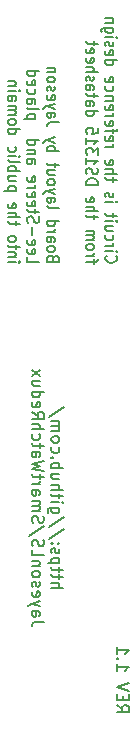
<source format=gbo>
%TF.GenerationSoftware,KiCad,Pcbnew,(5.1.9)-1*%
%TF.CreationDate,2021-05-06T14:47:01+08:00*%
%TF.ProjectId,ATD-20-Redux,4154442d-3230-42d5-9265-6475782e6b69,rev?*%
%TF.SameCoordinates,Original*%
%TF.FileFunction,Legend,Bot*%
%TF.FilePolarity,Positive*%
%FSLAX46Y46*%
G04 Gerber Fmt 4.6, Leading zero omitted, Abs format (unit mm)*
G04 Created by KiCad (PCBNEW (5.1.9)-1) date 2021-05-06 14:47:01*
%MOMM*%
%LPD*%
G01*
G04 APERTURE LIST*
%ADD10C,0.150000*%
G04 APERTURE END LIST*
D10*
X117847619Y-78056428D02*
X118847619Y-78056428D01*
X117847619Y-77627857D02*
X118371428Y-77627857D01*
X118466666Y-77675476D01*
X118514285Y-77770714D01*
X118514285Y-77913571D01*
X118466666Y-78008809D01*
X118419047Y-78056428D01*
X118514285Y-77294523D02*
X118514285Y-76913571D01*
X118847619Y-77151666D02*
X117990476Y-77151666D01*
X117895238Y-77104047D01*
X117847619Y-77008809D01*
X117847619Y-76913571D01*
X118514285Y-76723095D02*
X118514285Y-76342142D01*
X118847619Y-76580238D02*
X117990476Y-76580238D01*
X117895238Y-76532619D01*
X117847619Y-76437380D01*
X117847619Y-76342142D01*
X118514285Y-76008809D02*
X117514285Y-76008809D01*
X118466666Y-76008809D02*
X118514285Y-75913571D01*
X118514285Y-75723095D01*
X118466666Y-75627857D01*
X118419047Y-75580238D01*
X118323809Y-75532619D01*
X118038095Y-75532619D01*
X117942857Y-75580238D01*
X117895238Y-75627857D01*
X117847619Y-75723095D01*
X117847619Y-75913571D01*
X117895238Y-76008809D01*
X117895238Y-75151666D02*
X117847619Y-75056428D01*
X117847619Y-74865952D01*
X117895238Y-74770714D01*
X117990476Y-74723095D01*
X118038095Y-74723095D01*
X118133333Y-74770714D01*
X118180952Y-74865952D01*
X118180952Y-75008809D01*
X118228571Y-75104047D01*
X118323809Y-75151666D01*
X118371428Y-75151666D01*
X118466666Y-75104047D01*
X118514285Y-75008809D01*
X118514285Y-74865952D01*
X118466666Y-74770714D01*
X117942857Y-74294523D02*
X117895238Y-74246904D01*
X117847619Y-74294523D01*
X117895238Y-74342142D01*
X117942857Y-74294523D01*
X117847619Y-74294523D01*
X118466666Y-74294523D02*
X118419047Y-74246904D01*
X118371428Y-74294523D01*
X118419047Y-74342142D01*
X118466666Y-74294523D01*
X118371428Y-74294523D01*
X118895238Y-73104047D02*
X117609523Y-73961190D01*
X118895238Y-72056428D02*
X117609523Y-72913571D01*
X118514285Y-71294523D02*
X117704761Y-71294523D01*
X117609523Y-71342142D01*
X117561904Y-71389761D01*
X117514285Y-71485000D01*
X117514285Y-71627857D01*
X117561904Y-71723095D01*
X117895238Y-71294523D02*
X117847619Y-71389761D01*
X117847619Y-71580238D01*
X117895238Y-71675476D01*
X117942857Y-71723095D01*
X118038095Y-71770714D01*
X118323809Y-71770714D01*
X118419047Y-71723095D01*
X118466666Y-71675476D01*
X118514285Y-71580238D01*
X118514285Y-71389761D01*
X118466666Y-71294523D01*
X117847619Y-70818333D02*
X118514285Y-70818333D01*
X118847619Y-70818333D02*
X118800000Y-70865952D01*
X118752380Y-70818333D01*
X118800000Y-70770714D01*
X118847619Y-70818333D01*
X118752380Y-70818333D01*
X118514285Y-70485000D02*
X118514285Y-70104047D01*
X118847619Y-70342142D02*
X117990476Y-70342142D01*
X117895238Y-70294523D01*
X117847619Y-70199285D01*
X117847619Y-70104047D01*
X117847619Y-69770714D02*
X118847619Y-69770714D01*
X117847619Y-69342142D02*
X118371428Y-69342142D01*
X118466666Y-69389761D01*
X118514285Y-69485000D01*
X118514285Y-69627857D01*
X118466666Y-69723095D01*
X118419047Y-69770714D01*
X118514285Y-68437380D02*
X117847619Y-68437380D01*
X118514285Y-68865952D02*
X117990476Y-68865952D01*
X117895238Y-68818333D01*
X117847619Y-68723095D01*
X117847619Y-68580238D01*
X117895238Y-68485000D01*
X117942857Y-68437380D01*
X117847619Y-67961190D02*
X118847619Y-67961190D01*
X118466666Y-67961190D02*
X118514285Y-67865952D01*
X118514285Y-67675476D01*
X118466666Y-67580238D01*
X118419047Y-67532619D01*
X118323809Y-67485000D01*
X118038095Y-67485000D01*
X117942857Y-67532619D01*
X117895238Y-67580238D01*
X117847619Y-67675476D01*
X117847619Y-67865952D01*
X117895238Y-67961190D01*
X117942857Y-67056428D02*
X117895238Y-67008809D01*
X117847619Y-67056428D01*
X117895238Y-67104047D01*
X117942857Y-67056428D01*
X117847619Y-67056428D01*
X117895238Y-66151666D02*
X117847619Y-66246904D01*
X117847619Y-66437380D01*
X117895238Y-66532619D01*
X117942857Y-66580238D01*
X118038095Y-66627857D01*
X118323809Y-66627857D01*
X118419047Y-66580238D01*
X118466666Y-66532619D01*
X118514285Y-66437380D01*
X118514285Y-66246904D01*
X118466666Y-66151666D01*
X117847619Y-65580238D02*
X117895238Y-65675476D01*
X117942857Y-65723095D01*
X118038095Y-65770714D01*
X118323809Y-65770714D01*
X118419047Y-65723095D01*
X118466666Y-65675476D01*
X118514285Y-65580238D01*
X118514285Y-65437380D01*
X118466666Y-65342142D01*
X118419047Y-65294523D01*
X118323809Y-65246904D01*
X118038095Y-65246904D01*
X117942857Y-65294523D01*
X117895238Y-65342142D01*
X117847619Y-65437380D01*
X117847619Y-65580238D01*
X117847619Y-64818333D02*
X118514285Y-64818333D01*
X118419047Y-64818333D02*
X118466666Y-64770714D01*
X118514285Y-64675476D01*
X118514285Y-64532619D01*
X118466666Y-64437380D01*
X118371428Y-64389761D01*
X117847619Y-64389761D01*
X118371428Y-64389761D02*
X118466666Y-64342142D01*
X118514285Y-64246904D01*
X118514285Y-64104047D01*
X118466666Y-64008809D01*
X118371428Y-63961190D01*
X117847619Y-63961190D01*
X118895238Y-62770714D02*
X117609523Y-63627857D01*
X117197619Y-80937380D02*
X116483333Y-80937380D01*
X116340476Y-80985000D01*
X116245238Y-81080238D01*
X116197619Y-81223095D01*
X116197619Y-81318333D01*
X116197619Y-80032619D02*
X116721428Y-80032619D01*
X116816666Y-80080238D01*
X116864285Y-80175476D01*
X116864285Y-80365952D01*
X116816666Y-80461190D01*
X116245238Y-80032619D02*
X116197619Y-80127857D01*
X116197619Y-80365952D01*
X116245238Y-80461190D01*
X116340476Y-80508809D01*
X116435714Y-80508809D01*
X116530952Y-80461190D01*
X116578571Y-80365952D01*
X116578571Y-80127857D01*
X116626190Y-80032619D01*
X116864285Y-79651666D02*
X116197619Y-79413571D01*
X116864285Y-79175476D02*
X116197619Y-79413571D01*
X115959523Y-79508809D01*
X115911904Y-79556428D01*
X115864285Y-79651666D01*
X116245238Y-78413571D02*
X116197619Y-78508809D01*
X116197619Y-78699285D01*
X116245238Y-78794523D01*
X116340476Y-78842142D01*
X116721428Y-78842142D01*
X116816666Y-78794523D01*
X116864285Y-78699285D01*
X116864285Y-78508809D01*
X116816666Y-78413571D01*
X116721428Y-78365952D01*
X116626190Y-78365952D01*
X116530952Y-78842142D01*
X116245238Y-77985000D02*
X116197619Y-77889761D01*
X116197619Y-77699285D01*
X116245238Y-77604047D01*
X116340476Y-77556428D01*
X116388095Y-77556428D01*
X116483333Y-77604047D01*
X116530952Y-77699285D01*
X116530952Y-77842142D01*
X116578571Y-77937380D01*
X116673809Y-77985000D01*
X116721428Y-77985000D01*
X116816666Y-77937380D01*
X116864285Y-77842142D01*
X116864285Y-77699285D01*
X116816666Y-77604047D01*
X116197619Y-76985000D02*
X116245238Y-77080238D01*
X116292857Y-77127857D01*
X116388095Y-77175476D01*
X116673809Y-77175476D01*
X116769047Y-77127857D01*
X116816666Y-77080238D01*
X116864285Y-76985000D01*
X116864285Y-76842142D01*
X116816666Y-76746904D01*
X116769047Y-76699285D01*
X116673809Y-76651666D01*
X116388095Y-76651666D01*
X116292857Y-76699285D01*
X116245238Y-76746904D01*
X116197619Y-76842142D01*
X116197619Y-76985000D01*
X116864285Y-76223095D02*
X116197619Y-76223095D01*
X116769047Y-76223095D02*
X116816666Y-76175476D01*
X116864285Y-76080238D01*
X116864285Y-75937380D01*
X116816666Y-75842142D01*
X116721428Y-75794523D01*
X116197619Y-75794523D01*
X116197619Y-74842142D02*
X116197619Y-75318333D01*
X117197619Y-75318333D01*
X116245238Y-74556428D02*
X116197619Y-74413571D01*
X116197619Y-74175476D01*
X116245238Y-74080238D01*
X116292857Y-74032619D01*
X116388095Y-73985000D01*
X116483333Y-73985000D01*
X116578571Y-74032619D01*
X116626190Y-74080238D01*
X116673809Y-74175476D01*
X116721428Y-74365952D01*
X116769047Y-74461190D01*
X116816666Y-74508809D01*
X116911904Y-74556428D01*
X117007142Y-74556428D01*
X117102380Y-74508809D01*
X117150000Y-74461190D01*
X117197619Y-74365952D01*
X117197619Y-74127857D01*
X117150000Y-73985000D01*
X117245238Y-72842142D02*
X115959523Y-73699285D01*
X116245238Y-72556428D02*
X116197619Y-72413571D01*
X116197619Y-72175476D01*
X116245238Y-72080238D01*
X116292857Y-72032619D01*
X116388095Y-71985000D01*
X116483333Y-71985000D01*
X116578571Y-72032619D01*
X116626190Y-72080238D01*
X116673809Y-72175476D01*
X116721428Y-72365952D01*
X116769047Y-72461190D01*
X116816666Y-72508809D01*
X116911904Y-72556428D01*
X117007142Y-72556428D01*
X117102380Y-72508809D01*
X117150000Y-72461190D01*
X117197619Y-72365952D01*
X117197619Y-72127857D01*
X117150000Y-71985000D01*
X116197619Y-71556428D02*
X116864285Y-71556428D01*
X116769047Y-71556428D02*
X116816666Y-71508809D01*
X116864285Y-71413571D01*
X116864285Y-71270714D01*
X116816666Y-71175476D01*
X116721428Y-71127857D01*
X116197619Y-71127857D01*
X116721428Y-71127857D02*
X116816666Y-71080238D01*
X116864285Y-70985000D01*
X116864285Y-70842142D01*
X116816666Y-70746904D01*
X116721428Y-70699285D01*
X116197619Y-70699285D01*
X116197619Y-69794523D02*
X116721428Y-69794523D01*
X116816666Y-69842142D01*
X116864285Y-69937380D01*
X116864285Y-70127857D01*
X116816666Y-70223095D01*
X116245238Y-69794523D02*
X116197619Y-69889761D01*
X116197619Y-70127857D01*
X116245238Y-70223095D01*
X116340476Y-70270714D01*
X116435714Y-70270714D01*
X116530952Y-70223095D01*
X116578571Y-70127857D01*
X116578571Y-69889761D01*
X116626190Y-69794523D01*
X116197619Y-69318333D02*
X116864285Y-69318333D01*
X116673809Y-69318333D02*
X116769047Y-69270714D01*
X116816666Y-69223095D01*
X116864285Y-69127857D01*
X116864285Y-69032619D01*
X116864285Y-68842142D02*
X116864285Y-68461190D01*
X117197619Y-68699285D02*
X116340476Y-68699285D01*
X116245238Y-68651666D01*
X116197619Y-68556428D01*
X116197619Y-68461190D01*
X117197619Y-68223095D02*
X116197619Y-67985000D01*
X116911904Y-67794523D01*
X116197619Y-67604047D01*
X117197619Y-67365952D01*
X116197619Y-66556428D02*
X116721428Y-66556428D01*
X116816666Y-66604047D01*
X116864285Y-66699285D01*
X116864285Y-66889761D01*
X116816666Y-66985000D01*
X116245238Y-66556428D02*
X116197619Y-66651666D01*
X116197619Y-66889761D01*
X116245238Y-66985000D01*
X116340476Y-67032619D01*
X116435714Y-67032619D01*
X116530952Y-66985000D01*
X116578571Y-66889761D01*
X116578571Y-66651666D01*
X116626190Y-66556428D01*
X116864285Y-66223095D02*
X116864285Y-65842142D01*
X117197619Y-66080238D02*
X116340476Y-66080238D01*
X116245238Y-66032619D01*
X116197619Y-65937380D01*
X116197619Y-65842142D01*
X116245238Y-65080238D02*
X116197619Y-65175476D01*
X116197619Y-65365952D01*
X116245238Y-65461190D01*
X116292857Y-65508809D01*
X116388095Y-65556428D01*
X116673809Y-65556428D01*
X116769047Y-65508809D01*
X116816666Y-65461190D01*
X116864285Y-65365952D01*
X116864285Y-65175476D01*
X116816666Y-65080238D01*
X116197619Y-64651666D02*
X117197619Y-64651666D01*
X116197619Y-64223095D02*
X116721428Y-64223095D01*
X116816666Y-64270714D01*
X116864285Y-64365952D01*
X116864285Y-64508809D01*
X116816666Y-64604047D01*
X116769047Y-64651666D01*
X116197619Y-63175476D02*
X116673809Y-63508809D01*
X116197619Y-63746904D02*
X117197619Y-63746904D01*
X117197619Y-63365952D01*
X117150000Y-63270714D01*
X117102380Y-63223095D01*
X117007142Y-63175476D01*
X116864285Y-63175476D01*
X116769047Y-63223095D01*
X116721428Y-63270714D01*
X116673809Y-63365952D01*
X116673809Y-63746904D01*
X116245238Y-62365952D02*
X116197619Y-62461190D01*
X116197619Y-62651666D01*
X116245238Y-62746904D01*
X116340476Y-62794523D01*
X116721428Y-62794523D01*
X116816666Y-62746904D01*
X116864285Y-62651666D01*
X116864285Y-62461190D01*
X116816666Y-62365952D01*
X116721428Y-62318333D01*
X116626190Y-62318333D01*
X116530952Y-62794523D01*
X116197619Y-61461190D02*
X117197619Y-61461190D01*
X116245238Y-61461190D02*
X116197619Y-61556428D01*
X116197619Y-61746904D01*
X116245238Y-61842142D01*
X116292857Y-61889761D01*
X116388095Y-61937380D01*
X116673809Y-61937380D01*
X116769047Y-61889761D01*
X116816666Y-61842142D01*
X116864285Y-61746904D01*
X116864285Y-61556428D01*
X116816666Y-61461190D01*
X116864285Y-60556428D02*
X116197619Y-60556428D01*
X116864285Y-60985000D02*
X116340476Y-60985000D01*
X116245238Y-60937380D01*
X116197619Y-60842142D01*
X116197619Y-60699285D01*
X116245238Y-60604047D01*
X116292857Y-60556428D01*
X116197619Y-60175476D02*
X116864285Y-59651666D01*
X116864285Y-60175476D02*
X116197619Y-59651666D01*
X123372619Y-87992976D02*
X123848809Y-88326309D01*
X123372619Y-88564404D02*
X124372619Y-88564404D01*
X124372619Y-88183452D01*
X124325000Y-88088214D01*
X124277380Y-88040595D01*
X124182142Y-87992976D01*
X124039285Y-87992976D01*
X123944047Y-88040595D01*
X123896428Y-88088214D01*
X123848809Y-88183452D01*
X123848809Y-88564404D01*
X123896428Y-87564404D02*
X123896428Y-87231071D01*
X123372619Y-87088214D02*
X123372619Y-87564404D01*
X124372619Y-87564404D01*
X124372619Y-87088214D01*
X124372619Y-86802500D02*
X123372619Y-86469166D01*
X124372619Y-86135833D01*
X123372619Y-84516785D02*
X123372619Y-85088214D01*
X123372619Y-84802500D02*
X124372619Y-84802500D01*
X124229761Y-84897738D01*
X124134523Y-84992976D01*
X124086904Y-85088214D01*
X123467857Y-84088214D02*
X123420238Y-84040595D01*
X123372619Y-84088214D01*
X123420238Y-84135833D01*
X123467857Y-84088214D01*
X123372619Y-84088214D01*
X123372619Y-83088214D02*
X123372619Y-83659642D01*
X123372619Y-83373928D02*
X124372619Y-83373928D01*
X124229761Y-83469166D01*
X124134523Y-83564404D01*
X124086904Y-83659642D01*
X122512857Y-49973928D02*
X122465238Y-50016785D01*
X122417619Y-50145357D01*
X122417619Y-50231071D01*
X122465238Y-50359642D01*
X122560476Y-50445357D01*
X122655714Y-50488214D01*
X122846190Y-50531071D01*
X122989047Y-50531071D01*
X123179523Y-50488214D01*
X123274761Y-50445357D01*
X123370000Y-50359642D01*
X123417619Y-50231071D01*
X123417619Y-50145357D01*
X123370000Y-50016785D01*
X123322380Y-49973928D01*
X122417619Y-49588214D02*
X123084285Y-49588214D01*
X123417619Y-49588214D02*
X123370000Y-49631071D01*
X123322380Y-49588214D01*
X123370000Y-49545357D01*
X123417619Y-49588214D01*
X123322380Y-49588214D01*
X122417619Y-49159642D02*
X123084285Y-49159642D01*
X122893809Y-49159642D02*
X122989047Y-49116785D01*
X123036666Y-49073928D01*
X123084285Y-48988214D01*
X123084285Y-48902500D01*
X122465238Y-48216785D02*
X122417619Y-48302500D01*
X122417619Y-48473928D01*
X122465238Y-48559642D01*
X122512857Y-48602500D01*
X122608095Y-48645357D01*
X122893809Y-48645357D01*
X122989047Y-48602500D01*
X123036666Y-48559642D01*
X123084285Y-48473928D01*
X123084285Y-48302500D01*
X123036666Y-48216785D01*
X123084285Y-47445357D02*
X122417619Y-47445357D01*
X123084285Y-47831071D02*
X122560476Y-47831071D01*
X122465238Y-47788214D01*
X122417619Y-47702500D01*
X122417619Y-47573928D01*
X122465238Y-47488214D01*
X122512857Y-47445357D01*
X122417619Y-47016785D02*
X123084285Y-47016785D01*
X123417619Y-47016785D02*
X123370000Y-47059642D01*
X123322380Y-47016785D01*
X123370000Y-46973928D01*
X123417619Y-47016785D01*
X123322380Y-47016785D01*
X123084285Y-46716785D02*
X123084285Y-46373928D01*
X123417619Y-46588214D02*
X122560476Y-46588214D01*
X122465238Y-46545357D01*
X122417619Y-46459642D01*
X122417619Y-46373928D01*
X122417619Y-45388214D02*
X123084285Y-45388214D01*
X123417619Y-45388214D02*
X123370000Y-45431071D01*
X123322380Y-45388214D01*
X123370000Y-45345357D01*
X123417619Y-45388214D01*
X123322380Y-45388214D01*
X122465238Y-45002500D02*
X122417619Y-44916785D01*
X122417619Y-44745357D01*
X122465238Y-44659642D01*
X122560476Y-44616785D01*
X122608095Y-44616785D01*
X122703333Y-44659642D01*
X122750952Y-44745357D01*
X122750952Y-44873928D01*
X122798571Y-44959642D01*
X122893809Y-45002500D01*
X122941428Y-45002500D01*
X123036666Y-44959642D01*
X123084285Y-44873928D01*
X123084285Y-44745357D01*
X123036666Y-44659642D01*
X123084285Y-43673928D02*
X123084285Y-43331071D01*
X123417619Y-43545357D02*
X122560476Y-43545357D01*
X122465238Y-43502500D01*
X122417619Y-43416785D01*
X122417619Y-43331071D01*
X122417619Y-43031071D02*
X123417619Y-43031071D01*
X122417619Y-42645357D02*
X122941428Y-42645357D01*
X123036666Y-42688214D01*
X123084285Y-42773928D01*
X123084285Y-42902500D01*
X123036666Y-42988214D01*
X122989047Y-43031071D01*
X122465238Y-41873928D02*
X122417619Y-41959642D01*
X122417619Y-42131071D01*
X122465238Y-42216785D01*
X122560476Y-42259642D01*
X122941428Y-42259642D01*
X123036666Y-42216785D01*
X123084285Y-42131071D01*
X123084285Y-41959642D01*
X123036666Y-41873928D01*
X122941428Y-41831071D01*
X122846190Y-41831071D01*
X122750952Y-42259642D01*
X122417619Y-40759642D02*
X123084285Y-40759642D01*
X122893809Y-40759642D02*
X122989047Y-40716785D01*
X123036666Y-40673928D01*
X123084285Y-40588214D01*
X123084285Y-40502500D01*
X122465238Y-39859642D02*
X122417619Y-39945357D01*
X122417619Y-40116785D01*
X122465238Y-40202500D01*
X122560476Y-40245357D01*
X122941428Y-40245357D01*
X123036666Y-40202500D01*
X123084285Y-40116785D01*
X123084285Y-39945357D01*
X123036666Y-39859642D01*
X122941428Y-39816785D01*
X122846190Y-39816785D01*
X122750952Y-40245357D01*
X123084285Y-39559642D02*
X123084285Y-39216785D01*
X122417619Y-39431071D02*
X123274761Y-39431071D01*
X123370000Y-39388214D01*
X123417619Y-39302500D01*
X123417619Y-39216785D01*
X122465238Y-38573928D02*
X122417619Y-38659642D01*
X122417619Y-38831071D01*
X122465238Y-38916785D01*
X122560476Y-38959642D01*
X122941428Y-38959642D01*
X123036666Y-38916785D01*
X123084285Y-38831071D01*
X123084285Y-38659642D01*
X123036666Y-38573928D01*
X122941428Y-38531071D01*
X122846190Y-38531071D01*
X122750952Y-38959642D01*
X122417619Y-38145357D02*
X123084285Y-38145357D01*
X122893809Y-38145357D02*
X122989047Y-38102500D01*
X123036666Y-38059642D01*
X123084285Y-37973928D01*
X123084285Y-37888214D01*
X122465238Y-37245357D02*
X122417619Y-37331071D01*
X122417619Y-37502500D01*
X122465238Y-37588214D01*
X122560476Y-37631071D01*
X122941428Y-37631071D01*
X123036666Y-37588214D01*
X123084285Y-37502500D01*
X123084285Y-37331071D01*
X123036666Y-37245357D01*
X122941428Y-37202500D01*
X122846190Y-37202500D01*
X122750952Y-37631071D01*
X123084285Y-36816785D02*
X122417619Y-36816785D01*
X122989047Y-36816785D02*
X123036666Y-36773928D01*
X123084285Y-36688214D01*
X123084285Y-36559642D01*
X123036666Y-36473928D01*
X122941428Y-36431071D01*
X122417619Y-36431071D01*
X122465238Y-35616785D02*
X122417619Y-35702500D01*
X122417619Y-35873928D01*
X122465238Y-35959642D01*
X122512857Y-36002500D01*
X122608095Y-36045357D01*
X122893809Y-36045357D01*
X122989047Y-36002500D01*
X123036666Y-35959642D01*
X123084285Y-35873928D01*
X123084285Y-35702500D01*
X123036666Y-35616785D01*
X122465238Y-34888214D02*
X122417619Y-34973928D01*
X122417619Y-35145357D01*
X122465238Y-35231071D01*
X122560476Y-35273928D01*
X122941428Y-35273928D01*
X123036666Y-35231071D01*
X123084285Y-35145357D01*
X123084285Y-34973928D01*
X123036666Y-34888214D01*
X122941428Y-34845357D01*
X122846190Y-34845357D01*
X122750952Y-35273928D01*
X122417619Y-33388214D02*
X123417619Y-33388214D01*
X122465238Y-33388214D02*
X122417619Y-33473928D01*
X122417619Y-33645357D01*
X122465238Y-33731071D01*
X122512857Y-33773928D01*
X122608095Y-33816785D01*
X122893809Y-33816785D01*
X122989047Y-33773928D01*
X123036666Y-33731071D01*
X123084285Y-33645357D01*
X123084285Y-33473928D01*
X123036666Y-33388214D01*
X122465238Y-32616785D02*
X122417619Y-32702500D01*
X122417619Y-32873928D01*
X122465238Y-32959642D01*
X122560476Y-33002500D01*
X122941428Y-33002500D01*
X123036666Y-32959642D01*
X123084285Y-32873928D01*
X123084285Y-32702500D01*
X123036666Y-32616785D01*
X122941428Y-32573928D01*
X122846190Y-32573928D01*
X122750952Y-33002500D01*
X122465238Y-32231071D02*
X122417619Y-32145357D01*
X122417619Y-31973928D01*
X122465238Y-31888214D01*
X122560476Y-31845357D01*
X122608095Y-31845357D01*
X122703333Y-31888214D01*
X122750952Y-31973928D01*
X122750952Y-32102500D01*
X122798571Y-32188214D01*
X122893809Y-32231071D01*
X122941428Y-32231071D01*
X123036666Y-32188214D01*
X123084285Y-32102500D01*
X123084285Y-31973928D01*
X123036666Y-31888214D01*
X122417619Y-31459642D02*
X123084285Y-31459642D01*
X123417619Y-31459642D02*
X123370000Y-31502500D01*
X123322380Y-31459642D01*
X123370000Y-31416785D01*
X123417619Y-31459642D01*
X123322380Y-31459642D01*
X123084285Y-30645357D02*
X122274761Y-30645357D01*
X122179523Y-30688214D01*
X122131904Y-30731071D01*
X122084285Y-30816785D01*
X122084285Y-30945357D01*
X122131904Y-31031071D01*
X122465238Y-30645357D02*
X122417619Y-30731071D01*
X122417619Y-30902500D01*
X122465238Y-30988214D01*
X122512857Y-31031071D01*
X122608095Y-31073928D01*
X122893809Y-31073928D01*
X122989047Y-31031071D01*
X123036666Y-30988214D01*
X123084285Y-30902500D01*
X123084285Y-30731071D01*
X123036666Y-30645357D01*
X123084285Y-30216785D02*
X122417619Y-30216785D01*
X122989047Y-30216785D02*
X123036666Y-30173928D01*
X123084285Y-30088214D01*
X123084285Y-29959642D01*
X123036666Y-29873928D01*
X122941428Y-29831071D01*
X122417619Y-29831071D01*
X121434285Y-50616785D02*
X121434285Y-50273928D01*
X120767619Y-50488214D02*
X121624761Y-50488214D01*
X121720000Y-50445357D01*
X121767619Y-50359642D01*
X121767619Y-50273928D01*
X120767619Y-49973928D02*
X121434285Y-49973928D01*
X121243809Y-49973928D02*
X121339047Y-49931071D01*
X121386666Y-49888214D01*
X121434285Y-49802500D01*
X121434285Y-49716785D01*
X120767619Y-49288214D02*
X120815238Y-49373928D01*
X120862857Y-49416785D01*
X120958095Y-49459642D01*
X121243809Y-49459642D01*
X121339047Y-49416785D01*
X121386666Y-49373928D01*
X121434285Y-49288214D01*
X121434285Y-49159642D01*
X121386666Y-49073928D01*
X121339047Y-49031071D01*
X121243809Y-48988214D01*
X120958095Y-48988214D01*
X120862857Y-49031071D01*
X120815238Y-49073928D01*
X120767619Y-49159642D01*
X120767619Y-49288214D01*
X120767619Y-48602500D02*
X121434285Y-48602500D01*
X121339047Y-48602500D02*
X121386666Y-48559642D01*
X121434285Y-48473928D01*
X121434285Y-48345357D01*
X121386666Y-48259642D01*
X121291428Y-48216785D01*
X120767619Y-48216785D01*
X121291428Y-48216785D02*
X121386666Y-48173928D01*
X121434285Y-48088214D01*
X121434285Y-47959642D01*
X121386666Y-47873928D01*
X121291428Y-47831071D01*
X120767619Y-47831071D01*
X121434285Y-46845357D02*
X121434285Y-46502500D01*
X121767619Y-46716785D02*
X120910476Y-46716785D01*
X120815238Y-46673928D01*
X120767619Y-46588214D01*
X120767619Y-46502500D01*
X120767619Y-46202500D02*
X121767619Y-46202500D01*
X120767619Y-45816785D02*
X121291428Y-45816785D01*
X121386666Y-45859642D01*
X121434285Y-45945357D01*
X121434285Y-46073928D01*
X121386666Y-46159642D01*
X121339047Y-46202500D01*
X120815238Y-45045357D02*
X120767619Y-45131071D01*
X120767619Y-45302500D01*
X120815238Y-45388214D01*
X120910476Y-45431071D01*
X121291428Y-45431071D01*
X121386666Y-45388214D01*
X121434285Y-45302500D01*
X121434285Y-45131071D01*
X121386666Y-45045357D01*
X121291428Y-45002500D01*
X121196190Y-45002500D01*
X121100952Y-45431071D01*
X120767619Y-43931071D02*
X121767619Y-43931071D01*
X121767619Y-43716785D01*
X121720000Y-43588214D01*
X121624761Y-43502500D01*
X121529523Y-43459642D01*
X121339047Y-43416785D01*
X121196190Y-43416785D01*
X121005714Y-43459642D01*
X120910476Y-43502500D01*
X120815238Y-43588214D01*
X120767619Y-43716785D01*
X120767619Y-43931071D01*
X120815238Y-43073928D02*
X120767619Y-42945357D01*
X120767619Y-42731071D01*
X120815238Y-42645357D01*
X120862857Y-42602500D01*
X120958095Y-42559642D01*
X121053333Y-42559642D01*
X121148571Y-42602500D01*
X121196190Y-42645357D01*
X121243809Y-42731071D01*
X121291428Y-42902500D01*
X121339047Y-42988214D01*
X121386666Y-43031071D01*
X121481904Y-43073928D01*
X121577142Y-43073928D01*
X121672380Y-43031071D01*
X121720000Y-42988214D01*
X121767619Y-42902500D01*
X121767619Y-42688214D01*
X121720000Y-42559642D01*
X120767619Y-41702500D02*
X120767619Y-42216785D01*
X120767619Y-41959642D02*
X121767619Y-41959642D01*
X121624761Y-42045357D01*
X121529523Y-42131071D01*
X121481904Y-42216785D01*
X121767619Y-41402500D02*
X121767619Y-40845357D01*
X121386666Y-41145357D01*
X121386666Y-41016785D01*
X121339047Y-40931071D01*
X121291428Y-40888214D01*
X121196190Y-40845357D01*
X120958095Y-40845357D01*
X120862857Y-40888214D01*
X120815238Y-40931071D01*
X120767619Y-41016785D01*
X120767619Y-41273928D01*
X120815238Y-41359642D01*
X120862857Y-41402500D01*
X120767619Y-39988214D02*
X120767619Y-40502500D01*
X120767619Y-40245357D02*
X121767619Y-40245357D01*
X121624761Y-40331071D01*
X121529523Y-40416785D01*
X121481904Y-40502500D01*
X121767619Y-39173928D02*
X121767619Y-39602500D01*
X121291428Y-39645357D01*
X121339047Y-39602500D01*
X121386666Y-39516785D01*
X121386666Y-39302500D01*
X121339047Y-39216785D01*
X121291428Y-39173928D01*
X121196190Y-39131071D01*
X120958095Y-39131071D01*
X120862857Y-39173928D01*
X120815238Y-39216785D01*
X120767619Y-39302500D01*
X120767619Y-39516785D01*
X120815238Y-39602500D01*
X120862857Y-39645357D01*
X120767619Y-37673928D02*
X121767619Y-37673928D01*
X120815238Y-37673928D02*
X120767619Y-37759642D01*
X120767619Y-37931071D01*
X120815238Y-38016785D01*
X120862857Y-38059642D01*
X120958095Y-38102500D01*
X121243809Y-38102500D01*
X121339047Y-38059642D01*
X121386666Y-38016785D01*
X121434285Y-37931071D01*
X121434285Y-37759642D01*
X121386666Y-37673928D01*
X120767619Y-36859642D02*
X121291428Y-36859642D01*
X121386666Y-36902500D01*
X121434285Y-36988214D01*
X121434285Y-37159642D01*
X121386666Y-37245357D01*
X120815238Y-36859642D02*
X120767619Y-36945357D01*
X120767619Y-37159642D01*
X120815238Y-37245357D01*
X120910476Y-37288214D01*
X121005714Y-37288214D01*
X121100952Y-37245357D01*
X121148571Y-37159642D01*
X121148571Y-36945357D01*
X121196190Y-36859642D01*
X121434285Y-36559642D02*
X121434285Y-36216785D01*
X121767619Y-36431071D02*
X120910476Y-36431071D01*
X120815238Y-36388214D01*
X120767619Y-36302500D01*
X120767619Y-36216785D01*
X120767619Y-35531071D02*
X121291428Y-35531071D01*
X121386666Y-35573928D01*
X121434285Y-35659642D01*
X121434285Y-35831071D01*
X121386666Y-35916785D01*
X120815238Y-35531071D02*
X120767619Y-35616785D01*
X120767619Y-35831071D01*
X120815238Y-35916785D01*
X120910476Y-35959642D01*
X121005714Y-35959642D01*
X121100952Y-35916785D01*
X121148571Y-35831071D01*
X121148571Y-35616785D01*
X121196190Y-35531071D01*
X120815238Y-35145357D02*
X120767619Y-35059642D01*
X120767619Y-34888214D01*
X120815238Y-34802500D01*
X120910476Y-34759642D01*
X120958095Y-34759642D01*
X121053333Y-34802500D01*
X121100952Y-34888214D01*
X121100952Y-35016785D01*
X121148571Y-35102500D01*
X121243809Y-35145357D01*
X121291428Y-35145357D01*
X121386666Y-35102500D01*
X121434285Y-35016785D01*
X121434285Y-34888214D01*
X121386666Y-34802500D01*
X120767619Y-34373928D02*
X121767619Y-34373928D01*
X120767619Y-33988214D02*
X121291428Y-33988214D01*
X121386666Y-34031071D01*
X121434285Y-34116785D01*
X121434285Y-34245357D01*
X121386666Y-34331071D01*
X121339047Y-34373928D01*
X120815238Y-33216785D02*
X120767619Y-33302500D01*
X120767619Y-33473928D01*
X120815238Y-33559642D01*
X120910476Y-33602500D01*
X121291428Y-33602500D01*
X121386666Y-33559642D01*
X121434285Y-33473928D01*
X121434285Y-33302500D01*
X121386666Y-33216785D01*
X121291428Y-33173928D01*
X121196190Y-33173928D01*
X121100952Y-33602500D01*
X120815238Y-32445357D02*
X120767619Y-32531071D01*
X120767619Y-32702500D01*
X120815238Y-32788214D01*
X120910476Y-32831071D01*
X121291428Y-32831071D01*
X121386666Y-32788214D01*
X121434285Y-32702500D01*
X121434285Y-32531071D01*
X121386666Y-32445357D01*
X121291428Y-32402500D01*
X121196190Y-32402500D01*
X121100952Y-32831071D01*
X121434285Y-32145357D02*
X121434285Y-31802500D01*
X121767619Y-32016785D02*
X120910476Y-32016785D01*
X120815238Y-31973928D01*
X120767619Y-31888214D01*
X120767619Y-31802500D01*
X117991428Y-50188214D02*
X117943809Y-50059642D01*
X117896190Y-50016785D01*
X117800952Y-49973928D01*
X117658095Y-49973928D01*
X117562857Y-50016785D01*
X117515238Y-50059642D01*
X117467619Y-50145357D01*
X117467619Y-50488214D01*
X118467619Y-50488214D01*
X118467619Y-50188214D01*
X118420000Y-50102500D01*
X118372380Y-50059642D01*
X118277142Y-50016785D01*
X118181904Y-50016785D01*
X118086666Y-50059642D01*
X118039047Y-50102500D01*
X117991428Y-50188214D01*
X117991428Y-50488214D01*
X117467619Y-49459642D02*
X117515238Y-49545357D01*
X117562857Y-49588214D01*
X117658095Y-49631071D01*
X117943809Y-49631071D01*
X118039047Y-49588214D01*
X118086666Y-49545357D01*
X118134285Y-49459642D01*
X118134285Y-49331071D01*
X118086666Y-49245357D01*
X118039047Y-49202500D01*
X117943809Y-49159642D01*
X117658095Y-49159642D01*
X117562857Y-49202500D01*
X117515238Y-49245357D01*
X117467619Y-49331071D01*
X117467619Y-49459642D01*
X117467619Y-48388214D02*
X117991428Y-48388214D01*
X118086666Y-48431071D01*
X118134285Y-48516785D01*
X118134285Y-48688214D01*
X118086666Y-48773928D01*
X117515238Y-48388214D02*
X117467619Y-48473928D01*
X117467619Y-48688214D01*
X117515238Y-48773928D01*
X117610476Y-48816785D01*
X117705714Y-48816785D01*
X117800952Y-48773928D01*
X117848571Y-48688214D01*
X117848571Y-48473928D01*
X117896190Y-48388214D01*
X117467619Y-47959642D02*
X118134285Y-47959642D01*
X117943809Y-47959642D02*
X118039047Y-47916785D01*
X118086666Y-47873928D01*
X118134285Y-47788214D01*
X118134285Y-47702500D01*
X117467619Y-47016785D02*
X118467619Y-47016785D01*
X117515238Y-47016785D02*
X117467619Y-47102500D01*
X117467619Y-47273928D01*
X117515238Y-47359642D01*
X117562857Y-47402500D01*
X117658095Y-47445357D01*
X117943809Y-47445357D01*
X118039047Y-47402500D01*
X118086666Y-47359642D01*
X118134285Y-47273928D01*
X118134285Y-47102500D01*
X118086666Y-47016785D01*
X117467619Y-45773928D02*
X117515238Y-45859642D01*
X117610476Y-45902500D01*
X118467619Y-45902500D01*
X117467619Y-45045357D02*
X117991428Y-45045357D01*
X118086666Y-45088214D01*
X118134285Y-45173928D01*
X118134285Y-45345357D01*
X118086666Y-45431071D01*
X117515238Y-45045357D02*
X117467619Y-45131071D01*
X117467619Y-45345357D01*
X117515238Y-45431071D01*
X117610476Y-45473928D01*
X117705714Y-45473928D01*
X117800952Y-45431071D01*
X117848571Y-45345357D01*
X117848571Y-45131071D01*
X117896190Y-45045357D01*
X118134285Y-44702500D02*
X117467619Y-44488214D01*
X118134285Y-44273928D02*
X117467619Y-44488214D01*
X117229523Y-44573928D01*
X117181904Y-44616785D01*
X117134285Y-44702500D01*
X117467619Y-43802500D02*
X117515238Y-43888214D01*
X117562857Y-43931071D01*
X117658095Y-43973928D01*
X117943809Y-43973928D01*
X118039047Y-43931071D01*
X118086666Y-43888214D01*
X118134285Y-43802500D01*
X118134285Y-43673928D01*
X118086666Y-43588214D01*
X118039047Y-43545357D01*
X117943809Y-43502500D01*
X117658095Y-43502500D01*
X117562857Y-43545357D01*
X117515238Y-43588214D01*
X117467619Y-43673928D01*
X117467619Y-43802500D01*
X118134285Y-42731071D02*
X117467619Y-42731071D01*
X118134285Y-43116785D02*
X117610476Y-43116785D01*
X117515238Y-43073928D01*
X117467619Y-42988214D01*
X117467619Y-42859642D01*
X117515238Y-42773928D01*
X117562857Y-42731071D01*
X118134285Y-42431071D02*
X118134285Y-42088214D01*
X118467619Y-42302500D02*
X117610476Y-42302500D01*
X117515238Y-42259642D01*
X117467619Y-42173928D01*
X117467619Y-42088214D01*
X117467619Y-41102500D02*
X118467619Y-41102500D01*
X118086666Y-41102500D02*
X118134285Y-41016785D01*
X118134285Y-40845357D01*
X118086666Y-40759642D01*
X118039047Y-40716785D01*
X117943809Y-40673928D01*
X117658095Y-40673928D01*
X117562857Y-40716785D01*
X117515238Y-40759642D01*
X117467619Y-40845357D01*
X117467619Y-41016785D01*
X117515238Y-41102500D01*
X118134285Y-40373928D02*
X117467619Y-40159642D01*
X118134285Y-39945357D02*
X117467619Y-40159642D01*
X117229523Y-40245357D01*
X117181904Y-40288214D01*
X117134285Y-40373928D01*
X118467619Y-38659642D02*
X117753333Y-38659642D01*
X117610476Y-38702500D01*
X117515238Y-38788214D01*
X117467619Y-38916785D01*
X117467619Y-39002500D01*
X117467619Y-37845357D02*
X117991428Y-37845357D01*
X118086666Y-37888214D01*
X118134285Y-37973928D01*
X118134285Y-38145357D01*
X118086666Y-38231071D01*
X117515238Y-37845357D02*
X117467619Y-37931071D01*
X117467619Y-38145357D01*
X117515238Y-38231071D01*
X117610476Y-38273928D01*
X117705714Y-38273928D01*
X117800952Y-38231071D01*
X117848571Y-38145357D01*
X117848571Y-37931071D01*
X117896190Y-37845357D01*
X118134285Y-37502500D02*
X117467619Y-37288214D01*
X118134285Y-37073928D02*
X117467619Y-37288214D01*
X117229523Y-37373928D01*
X117181904Y-37416785D01*
X117134285Y-37502500D01*
X117515238Y-36388214D02*
X117467619Y-36473928D01*
X117467619Y-36645357D01*
X117515238Y-36731071D01*
X117610476Y-36773928D01*
X117991428Y-36773928D01*
X118086666Y-36731071D01*
X118134285Y-36645357D01*
X118134285Y-36473928D01*
X118086666Y-36388214D01*
X117991428Y-36345357D01*
X117896190Y-36345357D01*
X117800952Y-36773928D01*
X117515238Y-36002500D02*
X117467619Y-35916785D01*
X117467619Y-35745357D01*
X117515238Y-35659642D01*
X117610476Y-35616785D01*
X117658095Y-35616785D01*
X117753333Y-35659642D01*
X117800952Y-35745357D01*
X117800952Y-35873928D01*
X117848571Y-35959642D01*
X117943809Y-36002500D01*
X117991428Y-36002500D01*
X118086666Y-35959642D01*
X118134285Y-35873928D01*
X118134285Y-35745357D01*
X118086666Y-35659642D01*
X117467619Y-35102500D02*
X117515238Y-35188214D01*
X117562857Y-35231071D01*
X117658095Y-35273928D01*
X117943809Y-35273928D01*
X118039047Y-35231071D01*
X118086666Y-35188214D01*
X118134285Y-35102500D01*
X118134285Y-34973928D01*
X118086666Y-34888214D01*
X118039047Y-34845357D01*
X117943809Y-34802500D01*
X117658095Y-34802500D01*
X117562857Y-34845357D01*
X117515238Y-34888214D01*
X117467619Y-34973928D01*
X117467619Y-35102500D01*
X118134285Y-34416785D02*
X117467619Y-34416785D01*
X118039047Y-34416785D02*
X118086666Y-34373928D01*
X118134285Y-34288214D01*
X118134285Y-34159642D01*
X118086666Y-34073928D01*
X117991428Y-34031071D01*
X117467619Y-34031071D01*
X115817619Y-50059642D02*
X115817619Y-50488214D01*
X116817619Y-50488214D01*
X115865238Y-49416785D02*
X115817619Y-49502500D01*
X115817619Y-49673928D01*
X115865238Y-49759642D01*
X115960476Y-49802500D01*
X116341428Y-49802500D01*
X116436666Y-49759642D01*
X116484285Y-49673928D01*
X116484285Y-49502500D01*
X116436666Y-49416785D01*
X116341428Y-49373928D01*
X116246190Y-49373928D01*
X116150952Y-49802500D01*
X115865238Y-48645357D02*
X115817619Y-48731071D01*
X115817619Y-48902500D01*
X115865238Y-48988214D01*
X115960476Y-49031071D01*
X116341428Y-49031071D01*
X116436666Y-48988214D01*
X116484285Y-48902500D01*
X116484285Y-48731071D01*
X116436666Y-48645357D01*
X116341428Y-48602500D01*
X116246190Y-48602500D01*
X116150952Y-49031071D01*
X116198571Y-48216785D02*
X116198571Y-47531071D01*
X115865238Y-47145357D02*
X115817619Y-47016785D01*
X115817619Y-46802500D01*
X115865238Y-46716785D01*
X115912857Y-46673928D01*
X116008095Y-46631071D01*
X116103333Y-46631071D01*
X116198571Y-46673928D01*
X116246190Y-46716785D01*
X116293809Y-46802500D01*
X116341428Y-46973928D01*
X116389047Y-47059642D01*
X116436666Y-47102500D01*
X116531904Y-47145357D01*
X116627142Y-47145357D01*
X116722380Y-47102500D01*
X116770000Y-47059642D01*
X116817619Y-46973928D01*
X116817619Y-46759642D01*
X116770000Y-46631071D01*
X116484285Y-46373928D02*
X116484285Y-46031071D01*
X116817619Y-46245357D02*
X115960476Y-46245357D01*
X115865238Y-46202500D01*
X115817619Y-46116785D01*
X115817619Y-46031071D01*
X115865238Y-45388214D02*
X115817619Y-45473928D01*
X115817619Y-45645357D01*
X115865238Y-45731071D01*
X115960476Y-45773928D01*
X116341428Y-45773928D01*
X116436666Y-45731071D01*
X116484285Y-45645357D01*
X116484285Y-45473928D01*
X116436666Y-45388214D01*
X116341428Y-45345357D01*
X116246190Y-45345357D01*
X116150952Y-45773928D01*
X115865238Y-44616785D02*
X115817619Y-44702500D01*
X115817619Y-44873928D01*
X115865238Y-44959642D01*
X115960476Y-45002500D01*
X116341428Y-45002500D01*
X116436666Y-44959642D01*
X116484285Y-44873928D01*
X116484285Y-44702500D01*
X116436666Y-44616785D01*
X116341428Y-44573928D01*
X116246190Y-44573928D01*
X116150952Y-45002500D01*
X115817619Y-44188214D02*
X116484285Y-44188214D01*
X116293809Y-44188214D02*
X116389047Y-44145357D01*
X116436666Y-44102500D01*
X116484285Y-44016785D01*
X116484285Y-43931071D01*
X115865238Y-43288214D02*
X115817619Y-43373928D01*
X115817619Y-43545357D01*
X115865238Y-43631071D01*
X115960476Y-43673928D01*
X116341428Y-43673928D01*
X116436666Y-43631071D01*
X116484285Y-43545357D01*
X116484285Y-43373928D01*
X116436666Y-43288214D01*
X116341428Y-43245357D01*
X116246190Y-43245357D01*
X116150952Y-43673928D01*
X115817619Y-41788214D02*
X116341428Y-41788214D01*
X116436666Y-41831071D01*
X116484285Y-41916785D01*
X116484285Y-42088214D01*
X116436666Y-42173928D01*
X115865238Y-41788214D02*
X115817619Y-41873928D01*
X115817619Y-42088214D01*
X115865238Y-42173928D01*
X115960476Y-42216785D01*
X116055714Y-42216785D01*
X116150952Y-42173928D01*
X116198571Y-42088214D01*
X116198571Y-41873928D01*
X116246190Y-41788214D01*
X116484285Y-41359642D02*
X115817619Y-41359642D01*
X116389047Y-41359642D02*
X116436666Y-41316785D01*
X116484285Y-41231071D01*
X116484285Y-41102500D01*
X116436666Y-41016785D01*
X116341428Y-40973928D01*
X115817619Y-40973928D01*
X115817619Y-40159642D02*
X116817619Y-40159642D01*
X115865238Y-40159642D02*
X115817619Y-40245357D01*
X115817619Y-40416785D01*
X115865238Y-40502500D01*
X115912857Y-40545357D01*
X116008095Y-40588214D01*
X116293809Y-40588214D01*
X116389047Y-40545357D01*
X116436666Y-40502500D01*
X116484285Y-40416785D01*
X116484285Y-40245357D01*
X116436666Y-40159642D01*
X116484285Y-38359642D02*
X115484285Y-38359642D01*
X116436666Y-38359642D02*
X116484285Y-38273928D01*
X116484285Y-38102500D01*
X116436666Y-38016785D01*
X116389047Y-37973928D01*
X116293809Y-37931071D01*
X116008095Y-37931071D01*
X115912857Y-37973928D01*
X115865238Y-38016785D01*
X115817619Y-38102500D01*
X115817619Y-38273928D01*
X115865238Y-38359642D01*
X115817619Y-37416785D02*
X115865238Y-37502500D01*
X115960476Y-37545357D01*
X116817619Y-37545357D01*
X115817619Y-36688214D02*
X116341428Y-36688214D01*
X116436666Y-36731071D01*
X116484285Y-36816785D01*
X116484285Y-36988214D01*
X116436666Y-37073928D01*
X115865238Y-36688214D02*
X115817619Y-36773928D01*
X115817619Y-36988214D01*
X115865238Y-37073928D01*
X115960476Y-37116785D01*
X116055714Y-37116785D01*
X116150952Y-37073928D01*
X116198571Y-36988214D01*
X116198571Y-36773928D01*
X116246190Y-36688214D01*
X115865238Y-35873928D02*
X115817619Y-35959642D01*
X115817619Y-36131071D01*
X115865238Y-36216785D01*
X115912857Y-36259642D01*
X116008095Y-36302500D01*
X116293809Y-36302500D01*
X116389047Y-36259642D01*
X116436666Y-36216785D01*
X116484285Y-36131071D01*
X116484285Y-35959642D01*
X116436666Y-35873928D01*
X115865238Y-35145357D02*
X115817619Y-35231071D01*
X115817619Y-35402500D01*
X115865238Y-35488214D01*
X115960476Y-35531071D01*
X116341428Y-35531071D01*
X116436666Y-35488214D01*
X116484285Y-35402500D01*
X116484285Y-35231071D01*
X116436666Y-35145357D01*
X116341428Y-35102500D01*
X116246190Y-35102500D01*
X116150952Y-35531071D01*
X115817619Y-34331071D02*
X116817619Y-34331071D01*
X115865238Y-34331071D02*
X115817619Y-34416785D01*
X115817619Y-34588214D01*
X115865238Y-34673928D01*
X115912857Y-34716785D01*
X116008095Y-34759642D01*
X116293809Y-34759642D01*
X116389047Y-34716785D01*
X116436666Y-34673928D01*
X116484285Y-34588214D01*
X116484285Y-34416785D01*
X116436666Y-34331071D01*
X114167619Y-50488214D02*
X114834285Y-50488214D01*
X115167619Y-50488214D02*
X115120000Y-50531071D01*
X115072380Y-50488214D01*
X115120000Y-50445357D01*
X115167619Y-50488214D01*
X115072380Y-50488214D01*
X114834285Y-50059642D02*
X114167619Y-50059642D01*
X114739047Y-50059642D02*
X114786666Y-50016785D01*
X114834285Y-49931071D01*
X114834285Y-49802500D01*
X114786666Y-49716785D01*
X114691428Y-49673928D01*
X114167619Y-49673928D01*
X114834285Y-49373928D02*
X114834285Y-49031071D01*
X115167619Y-49245357D02*
X114310476Y-49245357D01*
X114215238Y-49202500D01*
X114167619Y-49116785D01*
X114167619Y-49031071D01*
X114167619Y-48602500D02*
X114215238Y-48688214D01*
X114262857Y-48731071D01*
X114358095Y-48773928D01*
X114643809Y-48773928D01*
X114739047Y-48731071D01*
X114786666Y-48688214D01*
X114834285Y-48602500D01*
X114834285Y-48473928D01*
X114786666Y-48388214D01*
X114739047Y-48345357D01*
X114643809Y-48302500D01*
X114358095Y-48302500D01*
X114262857Y-48345357D01*
X114215238Y-48388214D01*
X114167619Y-48473928D01*
X114167619Y-48602500D01*
X114834285Y-47359642D02*
X114834285Y-47016785D01*
X115167619Y-47231071D02*
X114310476Y-47231071D01*
X114215238Y-47188214D01*
X114167619Y-47102500D01*
X114167619Y-47016785D01*
X114167619Y-46716785D02*
X115167619Y-46716785D01*
X114167619Y-46331071D02*
X114691428Y-46331071D01*
X114786666Y-46373928D01*
X114834285Y-46459642D01*
X114834285Y-46588214D01*
X114786666Y-46673928D01*
X114739047Y-46716785D01*
X114215238Y-45559642D02*
X114167619Y-45645357D01*
X114167619Y-45816785D01*
X114215238Y-45902500D01*
X114310476Y-45945357D01*
X114691428Y-45945357D01*
X114786666Y-45902500D01*
X114834285Y-45816785D01*
X114834285Y-45645357D01*
X114786666Y-45559642D01*
X114691428Y-45516785D01*
X114596190Y-45516785D01*
X114500952Y-45945357D01*
X114834285Y-44445357D02*
X113834285Y-44445357D01*
X114786666Y-44445357D02*
X114834285Y-44359642D01*
X114834285Y-44188214D01*
X114786666Y-44102500D01*
X114739047Y-44059642D01*
X114643809Y-44016785D01*
X114358095Y-44016785D01*
X114262857Y-44059642D01*
X114215238Y-44102500D01*
X114167619Y-44188214D01*
X114167619Y-44359642D01*
X114215238Y-44445357D01*
X114834285Y-43245357D02*
X114167619Y-43245357D01*
X114834285Y-43631071D02*
X114310476Y-43631071D01*
X114215238Y-43588214D01*
X114167619Y-43502500D01*
X114167619Y-43373928D01*
X114215238Y-43288214D01*
X114262857Y-43245357D01*
X114167619Y-42816785D02*
X115167619Y-42816785D01*
X114786666Y-42816785D02*
X114834285Y-42731071D01*
X114834285Y-42559642D01*
X114786666Y-42473928D01*
X114739047Y-42431071D01*
X114643809Y-42388214D01*
X114358095Y-42388214D01*
X114262857Y-42431071D01*
X114215238Y-42473928D01*
X114167619Y-42559642D01*
X114167619Y-42731071D01*
X114215238Y-42816785D01*
X114167619Y-41873928D02*
X114215238Y-41959642D01*
X114310476Y-42002500D01*
X115167619Y-42002500D01*
X114167619Y-41531071D02*
X114834285Y-41531071D01*
X115167619Y-41531071D02*
X115120000Y-41573928D01*
X115072380Y-41531071D01*
X115120000Y-41488214D01*
X115167619Y-41531071D01*
X115072380Y-41531071D01*
X114215238Y-40716785D02*
X114167619Y-40802500D01*
X114167619Y-40973928D01*
X114215238Y-41059642D01*
X114262857Y-41102500D01*
X114358095Y-41145357D01*
X114643809Y-41145357D01*
X114739047Y-41102500D01*
X114786666Y-41059642D01*
X114834285Y-40973928D01*
X114834285Y-40802500D01*
X114786666Y-40716785D01*
X114167619Y-39259642D02*
X115167619Y-39259642D01*
X114215238Y-39259642D02*
X114167619Y-39345357D01*
X114167619Y-39516785D01*
X114215238Y-39602500D01*
X114262857Y-39645357D01*
X114358095Y-39688214D01*
X114643809Y-39688214D01*
X114739047Y-39645357D01*
X114786666Y-39602500D01*
X114834285Y-39516785D01*
X114834285Y-39345357D01*
X114786666Y-39259642D01*
X114167619Y-38702500D02*
X114215238Y-38788214D01*
X114262857Y-38831071D01*
X114358095Y-38873928D01*
X114643809Y-38873928D01*
X114739047Y-38831071D01*
X114786666Y-38788214D01*
X114834285Y-38702500D01*
X114834285Y-38573928D01*
X114786666Y-38488214D01*
X114739047Y-38445357D01*
X114643809Y-38402500D01*
X114358095Y-38402500D01*
X114262857Y-38445357D01*
X114215238Y-38488214D01*
X114167619Y-38573928D01*
X114167619Y-38702500D01*
X114167619Y-38016785D02*
X114834285Y-38016785D01*
X114739047Y-38016785D02*
X114786666Y-37973928D01*
X114834285Y-37888214D01*
X114834285Y-37759642D01*
X114786666Y-37673928D01*
X114691428Y-37631071D01*
X114167619Y-37631071D01*
X114691428Y-37631071D02*
X114786666Y-37588214D01*
X114834285Y-37502500D01*
X114834285Y-37373928D01*
X114786666Y-37288214D01*
X114691428Y-37245357D01*
X114167619Y-37245357D01*
X114167619Y-36431071D02*
X114691428Y-36431071D01*
X114786666Y-36473928D01*
X114834285Y-36559642D01*
X114834285Y-36731071D01*
X114786666Y-36816785D01*
X114215238Y-36431071D02*
X114167619Y-36516785D01*
X114167619Y-36731071D01*
X114215238Y-36816785D01*
X114310476Y-36859642D01*
X114405714Y-36859642D01*
X114500952Y-36816785D01*
X114548571Y-36731071D01*
X114548571Y-36516785D01*
X114596190Y-36431071D01*
X114167619Y-36002500D02*
X114834285Y-36002500D01*
X115167619Y-36002500D02*
X115120000Y-36045357D01*
X115072380Y-36002500D01*
X115120000Y-35959642D01*
X115167619Y-36002500D01*
X115072380Y-36002500D01*
X114834285Y-35573928D02*
X114167619Y-35573928D01*
X114739047Y-35573928D02*
X114786666Y-35531071D01*
X114834285Y-35445357D01*
X114834285Y-35316785D01*
X114786666Y-35231071D01*
X114691428Y-35188214D01*
X114167619Y-35188214D01*
M02*

</source>
